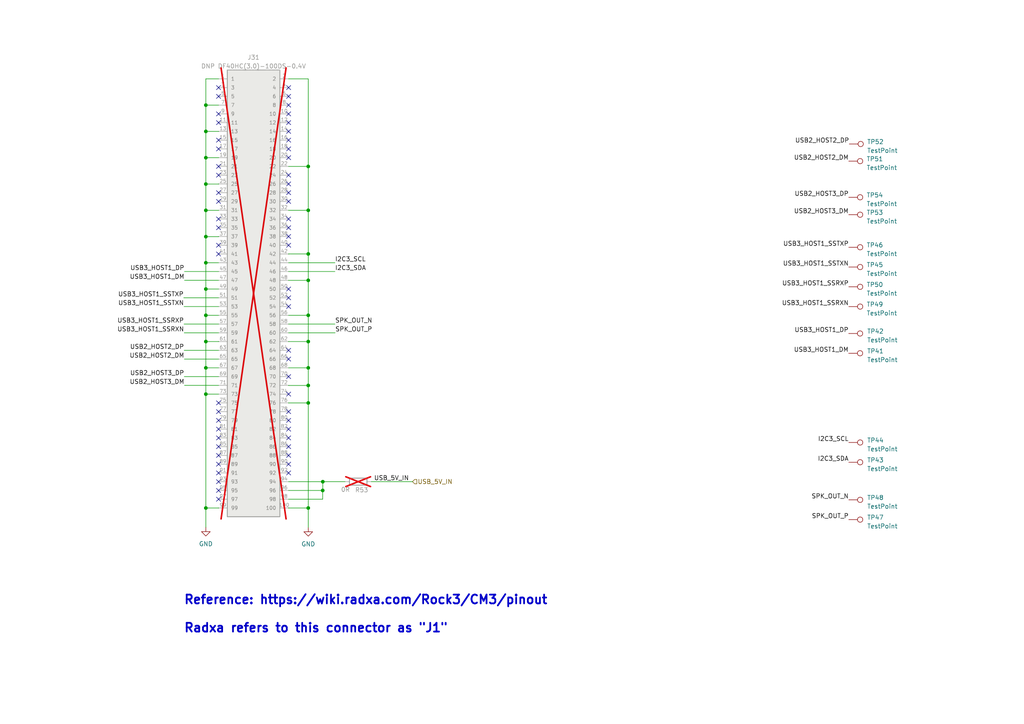
<source format=kicad_sch>
(kicad_sch (version 20230121) (generator eeschema)
  (paper "A4")
  (lib_symbols
    (symbol "CM4IO:DF40HC(3.0)-100DS-0.4V(58" (pin_names (offset 1.016))
      (property "Reference" "J" (at -7.62 63.5254 0))
      (property "Value" "DF40HC(3.0)-100DS-0.4V(58" (at -7.62 -68.6816 0))
      (symbol "DF40HC(3.0)-100DS-0.4V(58_0_0"
        (rectangle (start -7.62 -66.04) (end 7.62 63.5) (stroke (width 0.254)) (fill (type background)))
        (pin passive line (at -10.16 60.96 0) (length 2.54) (name "1") (number "1"))
        (pin passive line (at 10.16 50.8 180) (length 2.54) (name "10") (number "10"))
        (pin passive line (at 10.16 -63.5 180) (length 2.54) (name "100") (number "100"))
        (pin passive line (at -10.16 48.26 0) (length 2.54) (name "11") (number "11"))
        (pin passive line (at 10.16 48.26 180) (length 2.54) (name "12") (number "12"))
        (pin passive line (at -10.16 45.72 0) (length 2.54) (name "13") (number "13"))
        (pin passive line (at 10.16 45.72 180) (length 2.54) (name "14") (number "14"))
        (pin passive line (at -10.16 43.18 0) (length 2.54) (name "15") (number "15"))
        (pin passive line (at 10.16 43.18 180) (length 2.54) (name "16") (number "16"))
        (pin passive line (at -10.16 40.64 0) (length 2.54) (name "17") (number "17"))
        (pin passive line (at 10.16 40.64 180) (length 2.54) (name "18") (number "18"))
        (pin passive line (at -10.16 38.1 0) (length 2.54) (name "19") (number "19"))
        (pin passive line (at 10.16 60.96 180) (length 2.54) (name "2") (number "2"))
        (pin passive line (at 10.16 38.1 180) (length 2.54) (name "20") (number "20"))
        (pin passive line (at -10.16 35.56 0) (length 2.54) (name "21") (number "21"))
        (pin passive line (at 10.16 35.56 180) (length 2.54) (name "22") (number "22"))
        (pin passive line (at -10.16 33.02 0) (length 2.54) (name "23") (number "23"))
        (pin passive line (at 10.16 33.02 180) (length 2.54) (name "24") (number "24"))
        (pin passive line (at -10.16 30.48 0) (length 2.54) (name "25") (number "25"))
        (pin passive line (at 10.16 30.48 180) (length 2.54) (name "26") (number "26"))
        (pin passive line (at -10.16 27.94 0) (length 2.54) (name "27") (number "27"))
        (pin passive line (at 10.16 27.94 180) (length 2.54) (name "28") (number "28"))
        (pin passive line (at -10.16 25.4 0) (length 2.54) (name "29") (number "29"))
        (pin passive line (at -10.16 58.42 0) (length 2.54) (name "3") (number "3"))
        (pin passive line (at 10.16 25.4 180) (length 2.54) (name "30") (number "30"))
        (pin passive line (at -10.16 22.86 0) (length 2.54) (name "31") (number "31"))
        (pin passive line (at 10.16 22.86 180) (length 2.54) (name "32") (number "32"))
        (pin passive line (at -10.16 20.32 0) (length 2.54) (name "33") (number "33"))
        (pin passive line (at 10.16 20.32 180) (length 2.54) (name "34") (number "34"))
        (pin passive line (at -10.16 17.78 0) (length 2.54) (name "35") (number "35"))
        (pin passive line (at 10.16 17.78 180) (length 2.54) (name "36") (number "36"))
        (pin passive line (at -10.16 15.24 0) (length 2.54) (name "37") (number "37"))
        (pin passive line (at 10.16 15.24 180) (length 2.54) (name "38") (number "38"))
        (pin passive line (at -10.16 12.7 0) (length 2.54) (name "39") (number "39"))
        (pin passive line (at 10.16 58.42 180) (length 2.54) (name "4") (number "4"))
        (pin passive line (at 10.16 12.7 180) (length 2.54) (name "40") (number "40"))
        (pin passive line (at -10.16 10.16 0) (length 2.54) (name "41") (number "41"))
        (pin passive line (at 10.16 10.16 180) (length 2.54) (name "42") (number "42"))
        (pin passive line (at -10.16 7.62 0) (length 2.54) (name "43") (number "43"))
        (pin passive line (at 10.16 7.62 180) (length 2.54) (name "44") (number "44"))
        (pin passive line (at -10.16 5.08 0) (length 2.54) (name "45") (number "45"))
        (pin passive line (at 10.16 5.08 180) (length 2.54) (name "46") (number "46"))
        (pin passive line (at -10.16 2.54 0) (length 2.54) (name "47") (number "47"))
        (pin passive line (at 10.16 2.54 180) (length 2.54) (name "48") (number "48"))
        (pin passive line (at -10.16 0 0) (length 2.54) (name "49") (number "49"))
        (pin passive line (at -10.16 55.88 0) (length 2.54) (name "5") (number "5"))
        (pin passive line (at 10.16 0 180) (length 2.54) (name "50") (number "50"))
        (pin passive line (at -10.16 -2.54 0) (length 2.54) (name "51") (number "51"))
        (pin passive line (at 10.16 -2.54 180) (length 2.54) (name "52") (number "52"))
        (pin passive line (at -10.16 -5.08 0) (length 2.54) (name "53") (number "53"))
        (pin passive line (at 10.16 -5.08 180) (length 2.54) (name "54") (number "54"))
        (pin passive line (at -10.16 -7.62 0) (length 2.54) (name "55") (number "55"))
        (pin passive line (at 10.16 -7.62 180) (length 2.54) (name "56") (number "56"))
        (pin passive line (at -10.16 -10.16 0) (length 2.54) (name "57") (number "57"))
        (pin passive line (at 10.16 -10.16 180) (length 2.54) (name "58") (number "58"))
        (pin passive line (at -10.16 -12.7 0) (length 2.54) (name "59") (number "59"))
        (pin passive line (at 10.16 55.88 180) (length 2.54) (name "6") (number "6"))
        (pin passive line (at 10.16 -12.7 180) (length 2.54) (name "60") (number "60"))
        (pin passive line (at -10.16 -15.24 0) (length 2.54) (name "61") (number "61"))
        (pin passive line (at 10.16 -15.24 180) (length 2.54) (name "62") (number "62"))
        (pin passive line (at -10.16 -17.78 0) (length 2.54) (name "63") (number "63"))
        (pin passive line (at 10.16 -17.78 180) (length 2.54) (name "64") (number "64"))
        (pin passive line (at -10.16 -20.32 0) (length 2.54) (name "65") (number "65"))
        (pin passive line (at 10.16 -20.32 180) (length 2.54) (name "66") (number "66"))
        (pin passive line (at -10.16 -22.86 0) (length 2.54) (name "67") (number "67"))
        (pin passive line (at 10.16 -22.86 180) (length 2.54) (name "68") (number "68"))
        (pin passive line (at -10.16 -25.4 0) (length 2.54) (name "69") (number "69"))
        (pin passive line (at -10.16 53.34 0) (length 2.54) (name "7") (number "7"))
        (pin passive line (at 10.16 -25.4 180) (length 2.54) (name "70") (number "70"))
        (pin passive line (at -10.16 -27.94 0) (length 2.54) (name "71") (number "71"))
        (pin passive line (at 10.16 -27.94 180) (length 2.54) (name "72") (number "72"))
        (pin passive line (at -10.16 -30.48 0) (length 2.54) (name "73") (number "73"))
        (pin passive line (at 10.16 -30.48 180) (length 2.54) (name "74") (number "74"))
        (pin passive line (at -10.16 -33.02 0) (length 2.54) (name "75") (number "75"))
        (pin passive line (at 10.16 -33.02 180) (length 2.54) (name "76") (number "76"))
        (pin passive line (at -10.16 -35.56 0) (length 2.54) (name "77") (number "77"))
        (pin passive line (at 10.16 -35.56 180) (length 2.54) (name "78") (number "78"))
        (pin passive line (at -10.16 -38.1 0) (length 2.54) (name "79") (number "79"))
        (pin passive line (at 10.16 53.34 180) (length 2.54) (name "8") (number "8"))
        (pin passive line (at 10.16 -38.1 180) (length 2.54) (name "80") (number "80"))
        (pin passive line (at -10.16 -40.64 0) (length 2.54) (name "81") (number "81"))
        (pin passive line (at 10.16 -40.64 180) (length 2.54) (name "82") (number "82"))
        (pin passive line (at -10.16 -43.18 0) (length 2.54) (name "83") (number "83"))
        (pin passive line (at 10.16 -43.18 180) (length 2.54) (name "84") (number "84"))
        (pin passive line (at -10.16 -45.72 0) (length 2.54) (name "85") (number "85"))
        (pin passive line (at 10.16 -45.72 180) (length 2.54) (name "86") (number "86"))
        (pin passive line (at -10.16 -48.26 0) (length 2.54) (name "87") (number "87"))
        (pin passive line (at 10.16 -48.26 180) (length 2.54) (name "88") (number "88"))
        (pin passive line (at -10.16 -50.8 0) (length 2.54) (name "89") (number "89"))
        (pin passive line (at -10.16 50.8 0) (length 2.54) (name "9") (number "9"))
        (pin passive line (at 10.16 -50.8 180) (length 2.54) (name "90") (number "90"))
        (pin passive line (at -10.16 -53.34 0) (length 2.54) (name "91") (number "91"))
        (pin passive line (at 10.16 -53.34 180) (length 2.54) (name "92") (number "92"))
        (pin passive line (at -10.16 -55.88 0) (length 2.54) (name "93") (number "93"))
        (pin passive line (at 10.16 -55.88 180) (length 2.54) (name "94") (number "94"))
        (pin passive line (at -10.16 -58.42 0) (length 2.54) (name "95") (number "95"))
        (pin passive line (at 10.16 -58.42 180) (length 2.54) (name "96") (number "96"))
        (pin passive line (at -10.16 -60.96 0) (length 2.54) (name "97") (number "97"))
        (pin passive line (at 10.16 -60.96 180) (length 2.54) (name "98") (number "98"))
        (pin passive line (at -10.16 -63.5 0) (length 2.54) (name "99") (number "99"))
      )
    )
    (symbol "Connector:TestPoint" (pin_numbers hide) (pin_names (offset 0.762) hide) (in_bom no)
      (property "Reference" "TP" (at 0 6.858 0))
      (property "Value" "TestPoint" (at 0 5.08 0))
      (symbol "TestPoint_0_1"
        (circle (center 0 3.302) (radius 0.762))
      )
      (symbol "TestPoint_1_1"
        (pin passive line (at 0 0 90) (length 2.54) (name "1") (number "1"))
      )
    )
    (symbol "Device:R" (pin_numbers hide) (pin_names (offset 0))
      (property "Reference" "R" (at 2.032 0 90))
      (property "Value" "R" (at 0 0 90))
      (symbol "R_0_1"
        (rectangle (start -1.016 -2.54) (end 1.016 2.54) (stroke (width 0.254)))
      )
      (symbol "R_1_1"
        (pin passive line (at 0 3.81 270) (length 1.27) (name "~") (number "1"))
        (pin passive line (at 0 -3.81 90) (length 1.27) (name "~") (number "2"))
      )
    )
    (symbol "power:GND" (power) (pin_names (offset 0))
      (property "Value" "GND" (at 0 -3.81 0))
      (symbol "GND_0_1"
        (polyline (pts (xy 0 0) (xy 0 -1.27) (xy 1.27 -1.27) (xy 0 -2.54) (xy -1.27 -1.27) (xy 0 -1.27)))
      )
      (symbol "GND_1_1"
        (pin power_in line (at 0 0 270) (length 0) hide (name "GND") (number "1"))
      )
    )
  )
  (junction (at 89.4062 91.4519))
  (junction (at 59.7038 61.0089))
  (junction (at 59.7038 83.8319))
  (junction (at 89.4062 73.6506))
  (junction (at 59.7038 53.3827))
  (junction (at 59.7038 38.1127))
  (junction (at 59.7038 76.2119))
  (junction (at 89.4062 60.9969))
  (junction (at 89.4062 99.0644))
  (junction (at 59.7038 114.3119))
  (junction (at 59.7038 99.0638))
  (junction (at 93.5901 142.2519))
  (junction (at 89.4062 106.6919))
  (junction (at 89.4062 48.2719))
  (junction (at 59.7038 91.4519))
  (junction (at 59.7038 30.4919))
  (junction (at 59.7038 106.6919))
  (junction (at 59.7038 68.6396))
  (junction (at 93.6245 139.7119))
  (junction (at 89.4062 111.7976))
  (junction (at 59.7038 147.3442))
  (junction (at 89.4062 147.3414))
  (junction (at 59.7038 45.7422))
  (junction (at 89.4062 81.3121))
  (junction (at 89.4062 116.8672))
  (no_connect (at 83.7056 71.1319))
  (no_connect (at 63.3856 71.1319))
  (no_connect (at 63.3856 73.6719))
  (no_connect (at 83.7056 83.8319))
  (no_connect (at 83.7056 86.3719))
  (no_connect (at 83.7056 88.9119))
  (no_connect (at 83.7056 101.6119))
  (no_connect (at 83.7056 104.1519))
  (no_connect (at 63.3856 40.6519))
  (no_connect (at 63.3856 43.1919))
  (no_connect (at 63.3856 48.2719))
  (no_connect (at 63.3856 50.8119))
  (no_connect (at 63.3856 55.8919))
  (no_connect (at 63.3856 58.4319))
  (no_connect (at 83.7056 53.3519))
  (no_connect (at 83.7056 55.8919))
  (no_connect (at 83.7056 58.4319))
  (no_connect (at 83.7056 63.5119))
  (no_connect (at 83.7056 66.0519))
  (no_connect (at 83.7056 68.5919))
  (no_connect (at 63.3856 63.5119))
  (no_connect (at 63.3856 66.0519))
  (no_connect (at 83.7056 50.8119))
  (no_connect (at 83.7056 38.1119))
  (no_connect (at 83.7056 40.6519))
  (no_connect (at 83.7056 43.1919))
  (no_connect (at 83.7056 45.7319))
  (no_connect (at 63.3856 25.4119))
  (no_connect (at 63.3856 27.9519))
  (no_connect (at 63.3856 33.0319))
  (no_connect (at 63.3856 35.5719))
  (no_connect (at 83.7056 25.4119))
  (no_connect (at 83.7056 27.9519))
  (no_connect (at 83.7056 30.4919))
  (no_connect (at 83.7056 33.0319))
  (no_connect (at 83.7056 35.5719))
  (no_connect (at 83.7056 109.2319))
  (no_connect (at 83.7056 114.3119))
  (no_connect (at 63.3856 116.8519))
  (no_connect (at 63.3856 119.3919))
  (no_connect (at 63.3856 121.9319))
  (no_connect (at 63.3856 124.4719))
  (no_connect (at 63.3856 139.7119))
  (no_connect (at 63.3856 142.2519))
  (no_connect (at 63.3856 144.7919))
  (no_connect (at 83.7056 124.4719))
  (no_connect (at 83.7056 127.0119))
  (no_connect (at 83.7056 129.5519))
  (no_connect (at 83.7056 132.0919))
  (no_connect (at 83.7056 134.6319))
  (no_connect (at 83.7056 137.1719))
  (no_connect (at 63.3856 127.0119))
  (no_connect (at 63.3856 129.5519))
  (no_connect (at 63.3856 132.0919))
  (no_connect (at 63.3856 134.6319))
  (no_connect (at 63.3856 137.1719))
  (no_connect (at 83.7056 119.3919))
  (no_connect (at 83.7056 121.9319))
  (wire (pts (xy 89.4062 106.6919) (xy 89.4062 111.7976)))
  (wire (pts (xy 63.3856 99.0638) (xy 63.3856 99.0719)))
  (wire (pts (xy 83.7056 76.2119) (xy 97.1528 76.2119)))
  (wire (pts (xy 63.3856 68.6396) (xy 63.3856 68.5919)))
  (wire (pts (xy 59.7038 91.4519) (xy 63.3856 91.4519)))
  (wire (pts (xy 53.5037 111.7719) (xy 63.3856 111.7719)))
  (wire (pts (xy 89.4062 91.4519) (xy 83.7056 91.4519)))
  (wire (pts (xy 83.7056 93.9919) (xy 97.1643 93.9919)))
  (wire (pts (xy 93.6245 139.7119) (xy 93.6245 142.2519)))
  (wire (pts (xy 63.3856 147.3442) (xy 63.3856 147.3319)))
  (wire (pts (xy 93.726 139.7) (xy 93.6245 139.7119)))
  (wire (pts (xy 83.7056 96.5319) (xy 97.2087 96.5319)))
  (wire (pts (xy 89.4062 99.0644) (xy 89.4062 106.6919)))
  (wire (pts (xy 59.7038 83.8319) (xy 63.3856 83.8319)))
  (wire (pts (xy 53.289 86.3719) (xy 63.3856 86.3719)))
  (wire (pts (xy 59.7038 76.2119) (xy 59.7038 83.8319)))
  (wire (pts (xy 83.7056 73.6506) (xy 83.7056 73.6719)))
  (wire (pts (xy 63.3856 61.0089) (xy 63.3856 60.9719)))
  (wire (pts (xy 83.7056 81.3121) (xy 83.7056 81.2919)))
  (wire (pts (xy 63.3856 53.3827) (xy 63.3856 53.3519)))
  (wire (pts (xy 59.7038 30.4919) (xy 63.3856 30.4919)))
  (wire (pts (xy 59.7038 22.8719) (xy 59.7038 30.4919)))
  (wire (pts (xy 83.7056 22.8719) (xy 89.4062 22.8719)))
  (wire (pts (xy 63.3856 45.7422) (xy 63.3856 45.7319)))
  (wire (pts (xy 83.7056 78.7519) (xy 97.1528 78.7519)))
  (wire (pts (xy 59.7038 38.1127) (xy 59.7038 45.7422)))
  (wire (pts (xy 89.4062 147.3414) (xy 89.4062 152.9661)))
  (wire (pts (xy 53.3727 88.9119) (xy 63.3856 88.9119)))
  (wire (pts (xy 59.7038 30.4919) (xy 59.7038 38.1127)))
  (wire (pts (xy 59.7038 106.6919) (xy 63.3856 106.6919)))
  (wire (pts (xy 59.7038 83.8319) (xy 59.7038 91.4519)))
  (wire (pts (xy 59.7038 61.0089) (xy 59.7038 68.6396)))
  (wire (pts (xy 83.7056 111.7976) (xy 83.7056 111.7719)))
  (wire (pts (xy 53.4728 104.1519) (xy 63.3856 104.1519)))
  (wire (pts (xy 89.4062 81.3121) (xy 89.4062 91.4519)))
  (wire (pts (xy 93.5901 142.2519) (xy 93.5901 144.7919)))
  (wire (pts (xy 59.7038 147.3442) (xy 59.7038 152.9256)))
  (wire (pts (xy 53.3727 93.9919) (xy 63.3856 93.9919)))
  (wire (pts (xy 89.4062 116.8672) (xy 89.4062 147.3414)))
  (wire (pts (xy 59.7038 38.1127) (xy 63.3856 38.1127)))
  (wire (pts (xy 93.5901 144.7919) (xy 83.7056 144.7919)))
  (wire (pts (xy 89.4062 73.6506) (xy 89.4062 81.3121)))
  (wire (pts (xy 89.4062 22.8719) (xy 89.4062 48.2719)))
  (wire (pts (xy 89.4062 99.0644) (xy 83.7056 99.0644)))
  (wire (pts (xy 59.7038 45.7422) (xy 59.7038 53.3827)))
  (wire (pts (xy 59.7038 53.3827) (xy 59.7038 61.0089)))
  (wire (pts (xy 89.4062 147.3414) (xy 83.7056 147.3414)))
  (wire (pts (xy 59.7038 99.0638) (xy 63.3856 99.0638)))
  (wire (pts (xy 59.7038 68.6396) (xy 59.7038 76.2119)))
  (wire (pts (xy 59.7038 68.6396) (xy 63.3856 68.6396)))
  (wire (pts (xy 89.4062 116.8672) (xy 83.7056 116.8672)))
  (wire (pts (xy 63.3856 22.8719) (xy 59.7038 22.8719)))
  (wire (pts (xy 59.7038 99.0638) (xy 59.7038 106.6919)))
  (wire (pts (xy 89.4062 60.9969) (xy 83.7056 60.9969)))
  (wire (pts (xy 53.442 109.2319) (xy 63.3856 109.2319)))
  (wire (pts (xy 59.7038 106.6919) (xy 59.7038 114.3119)))
  (wire (pts (xy 63.3856 38.1127) (xy 63.3856 38.1119)))
  (wire (pts (xy 59.7038 61.0089) (xy 63.3856 61.0089)))
  (wire (pts (xy 83.7056 116.8672) (xy 83.7056 116.8519)))
  (wire (pts (xy 53.4172 96.5319) (xy 63.3856 96.5319)))
  (wire (pts (xy 89.4062 91.4519) (xy 89.4062 99.0644)))
  (wire (pts (xy 93.726 139.7) (xy 100.076 139.7)))
  (wire (pts (xy 83.7056 139.7119) (xy 93.6245 139.7119)))
  (wire (pts (xy 59.7038 76.2119) (xy 63.3856 76.2119)))
  (wire (pts (xy 89.4062 111.7976) (xy 89.4062 116.8672)))
  (wire (pts (xy 83.7056 142.2519) (xy 93.5901 142.2519)))
  (wire (pts (xy 93.5901 142.2519) (xy 93.6245 142.2519)))
  (wire (pts (xy 107.696 139.7) (xy 119.634 139.7)))
  (wire (pts (xy 89.4062 73.6506) (xy 83.7056 73.6506)))
  (wire (pts (xy 83.7056 147.3414) (xy 83.7056 147.3319)))
  (wire (pts (xy 59.7038 91.4519) (xy 59.7038 99.0638)))
  (wire (pts (xy 59.7038 45.7422) (xy 63.3856 45.7422)))
  (wire (pts (xy 89.4062 81.3121) (xy 83.7056 81.3121)))
  (wire (pts (xy 53.4944 78.7519) (xy 63.3856 78.7519)))
  (wire (pts (xy 89.4062 106.6919) (xy 83.7056 106.6919)))
  (wire (pts (xy 89.4062 60.9969) (xy 89.4062 73.6506)))
  (wire (pts (xy 53.5235 81.2919) (xy 63.3856 81.2919)))
  (wire (pts (xy 59.7038 147.3442) (xy 63.3856 147.3442)))
  (wire (pts (xy 53.4111 101.6119) (xy 63.3856 101.6119)))
  (wire (pts (xy 59.7038 53.3827) (xy 63.3856 53.3827)))
  (wire (pts (xy 59.7038 114.3119) (xy 63.3856 114.3119)))
  (wire (pts (xy 83.7056 48.2719) (xy 89.4062 48.2719)))
  (wire (pts (xy 83.7056 60.9969) (xy 83.7056 60.9719)))
  (wire (pts (xy 83.7056 99.0644) (xy 83.7056 99.0719)))
  (wire (pts (xy 89.4062 48.2719) (xy 89.4062 60.9969)))
  (wire (pts (xy 59.7038 114.3119) (xy 59.7038 147.3442)))
  (wire (pts (xy 89.4062 111.7976) (xy 83.7056 111.7976)))
  (text "Reference: https://wiki.radxa.com/Rock3/CM3/pinout\n\nRadxa refers to this connector as \"J1\"" (at 53.213 183.769 0) (effects (font (size 2.54 2.54) (thickness 0.508) bold) (justify left bottom)))
  (label "USB2_HOST2_DM" (at 246.1693 46.7328 180))
  (label "SPK_OUT_N" (at 246.1774 144.9708 180))
  (label "USB2_HOST3_DM" (at 246.1693 62.2682 180))
  (label "USB3_HOST1_SSTXN" (at 53.3727 88.9119 180))
  (label "USB3_HOST1_SSRXN" (at 246.1774 88.9237 180))
  (label "USB2_HOST3_DP" (at 53.442 109.2319 180))
  (label "USB3_HOST1_DM" (at 53.5235 81.2919 180))
  (label "USB3_HOST1_SSRXP" (at 53.3727 93.9919 180))
  (label "USB3_HOST1_DP" (at 246.1479 96.7246 180))
  (label "USB3_HOST1_SSRXP" (at 246.1774 83.1875 180))
  (label "I2C3_SCL" (at 97.1528 76.2119 0))
  (label "USB2_HOST2_DP" (at 246.33 41.7643 180))
  (label "USB2_HOST3_DP" (at 246.1693 57.2225 180))
  (label "SPK_OUT_P" (at 97.2087 96.5319 0))
  (label "USB3_HOST1_DM" (at 246.1479 102.4608 180))
  (label "USB2_HOST3_DM" (at 53.5037 111.7719 180))
  (label "I2C3_SDA" (at 246.1774 134.0721 180))
  (label "USB3_HOST1_SSTXP" (at 53.289 86.3719 180))
  (label "I2C3_SDA" (at 97.1528 78.7519 0))
  (label "USB2_HOST2_DP" (at 53.4111 101.6119 180))
  (label "USB3_HOST1_SSTXN" (at 246.1774 77.4513 180))
  (label "USB3_HOST1_SSTXP" (at 246.1774 71.7151 180))
  (label "USB3_HOST1_DP" (at 53.4944 78.7519 180))
  (label "SPK_OUT_P" (at 246.1774 150.707 180))
  (label "USB3_HOST1_SSRXN" (at 53.4172 96.5319 180))
  (label "USB2_HOST2_DM" (at 53.4728 104.1519 180))
  (label "USB_5V_IN" (at 108.458 139.7 0))
  (label "SPK_OUT_N" (at 97.1643 93.9919 0))
  (label "I2C3_SCL" (at 246.1774 128.3359 180))
  (hierarchical_label "USB_5V_IN" (shape input) (at 119.634 139.7 0))
  (symbol (lib_id "Connector:TestPoint") (at 246.1774 134.0721 270) (unit 1) (in_bom no)
    (property "Reference" "TP43" (at 251.46 133.4371 90) (effects (justify left)))
    (property "Value" "TestPoint" (at 251.46 135.9771 90) (effects (justify left)))
    (property "Footprint" "TestPoint:TestPoint_Pad_D1.5mm" (effects hide))
    (property "LCSC Part Number" "DNP" (effects hide))
  )
  (symbol (lib_id "Connector:TestPoint") (at 246.1774 88.9237 270) (unit 1) (in_bom no)
    (property "Reference" "TP49" (at 251.3074 88.2887 90) (effects (justify left)))
    (property "Value" "TestPoint" (at 251.3074 90.8287 90) (effects (justify left)))
    (property "Footprint" "TestPoint:TestPoint_Pad_D1.5mm" (effects hide))
    (property "LCSC Part Number" "DNP" (effects hide))
  )
  (symbol (lib_id "Connector:TestPoint") (at 246.1693 62.2682 270) (unit 1) (in_bom no)
    (property "Reference" "TP53" (at 251.2993 61.6332 90) (effects (justify left)))
    (property "Value" "TestPoint" (at 251.2993 64.1732 90) (effects (justify left)))
    (property "Footprint" "TestPoint:TestPoint_Pad_D1.5mm" (effects hide))
    (property "LCSC Part Number" "DNP" (effects hide))
  )
  (symbol (lib_id "Connector:TestPoint") (at 246.33 41.7643 270) (unit 1) (in_bom no)
    (property "Reference" "TP52" (at 251.46 41.1293 90) (effects (justify left)))
    (property "Value" "TestPoint" (at 251.46 43.6693 90) (effects (justify left)))
    (property "Footprint" "TestPoint:TestPoint_Pad_D1.5mm" (effects hide))
    (property "LCSC Part Number" "DNP" (effects hide))
  )
  (symbol (lib_id "Connector:TestPoint") (at 246.1693 46.7328 270) (unit 1) (in_bom no)
    (property "Reference" "TP51" (at 251.2993 46.0978 90) (effects (justify left)))
    (property "Value" "TestPoint" (at 251.2993 48.6378 90) (effects (justify left)))
    (property "Footprint" "TestPoint:TestPoint_Pad_D1.5mm" (effects hide))
    (property "LCSC Part Number" "DNP" (effects hide))
  )
  (symbol (lib_id "Connector:TestPoint") (at 246.1774 128.3359 270) (unit 1) (in_bom no)
    (property "Reference" "TP44" (at 251.46 127.7009 90) (effects (justify left)))
    (property "Value" "TestPoint" (at 251.46 130.2409 90) (effects (justify left)))
    (property "Footprint" "TestPoint:TestPoint_Pad_D1.5mm" (effects hide))
    (property "LCSC Part Number" "DNP" (effects hide))
  )
  (symbol (lib_id "Connector:TestPoint") (at 246.1774 71.7151 270) (unit 1) (in_bom no)
    (property "Reference" "TP46" (at 251.3074 71.0801 90) (effects (justify left)))
    (property "Value" "TestPoint" (at 251.3074 73.6201 90) (effects (justify left)))
    (property "Footprint" "TestPoint:TestPoint_Pad_D1.5mm" (effects hide))
    (property "LCSC Part Number" "DNP" (effects hide))
  )
  (symbol (lib_id "Connector:TestPoint") (at 246.1774 83.1875 270) (unit 1) (in_bom no)
    (property "Reference" "TP50" (at 251.3074 82.5525 90) (effects (justify left)))
    (property "Value" "TestPoint" (at 251.3074 85.0925 90) (effects (justify left)))
    (property "Footprint" "TestPoint:TestPoint_Pad_D1.5mm" (effects hide))
    (property "LCSC Part Number" "DNP" (effects hide))
  )
  (symbol (lib_id "Connector:TestPoint") (at 246.1774 150.707 270) (unit 1) (in_bom no)
    (property "Reference" "TP47" (at 251.46 150.072 90) (effects (justify left)))
    (property "Value" "TestPoint" (at 251.46 152.612 90) (effects (justify left)))
    (property "Footprint" "TestPoint:TestPoint_Pad_D1.5mm" (effects hide))
    (property "LCSC Part Number" "DNP" (effects hide))
  )
  (symbol (lib_id "Connector:TestPoint") (at 246.1693 57.2225 270) (unit 1) (in_bom no)
    (property "Reference" "TP54" (at 251.2993 56.5875 90) (effects (justify left)))
    (property "Value" "TestPoint" (at 251.2993 59.1275 90) (effects (justify left)))
    (property "Footprint" "TestPoint:TestPoint_Pad_D1.5mm" (effects hide))
    (property "LCSC Part Number" "DNP" (effects hide))
  )
  (symbol (lib_id "Device:R") (at 103.886 139.7 270) (unit 1) (dnp yes)
    (property "Reference" "R53" (at 104.902 142.113 90))
    (property "Value" "0R" (at 100.203 141.986 90))
    (property "Footprint" "Resistor_SMD:R_0603_1608Metric_Pad0.98x0.95mm_HandSolder" (effects hide))
    (property "LCSC Part Number" "C21189" (effects hide))
    (instances (project "Hepta-Pi_1.1" (path "" (reference "R53") (unit 1)) (path "" (reference "R73") (unit 1))))
  )
  (symbol (lib_id "CM4IO:DF40HC(3.0)-100DS-0.4V(58") (at 73.5456 83.8319 0) (unit 1) (dnp yes)
    (property "Reference" "J31" (at 73.5456 16.6489 0))
    (property "Value" "DNP DF40HC(3.0)-100DS-0.4V" (at 73.5456 19.1889 0))
    (property "Footprint" "CM4IO:HRS_DF40HC(3.0)-100DS-0.4V" (effects hide))
    (property "Datasheet" "https://www.hirose.com/product/p/CL0684-4151-0-51" (effects hide))
    (property "MANUFACTURER" "Hirose" (effects hide))
    (property "LCSC Part Number" "DNP" (effects hide))
  )
  (symbol (lib_id "power:GND") (at 89.4062 152.9661 0) (unit 1)
    (property "Reference" "#PWR0171" (effects hide))
    (property "Value" "GND" (at 89.4062 157.7921 0))
  )
  (symbol (lib_id "power:GND") (at 59.7038 152.9256 0) (unit 1)
    (property "Reference" "#PWR0170" (effects hide))
    (property "Value" "GND" (at 59.7038 157.7516 0))
  )
  (symbol (lib_id "Connector:TestPoint") (at 246.1479 102.4608 270) (unit 1) (in_bom no)
    (property "Reference" "TP41" (at 251.46 101.8258 90) (effects (justify left)))
    (property "Value" "TestPoint" (at 251.46 104.3658 90) (effects (justify left)))
    (property "Footprint" "TestPoint:TestPoint_Pad_D1.5mm" (effects hide))
    (property "LCSC Part Number" "DNP" (effects hide))
  )
  (symbol (lib_id "Connector:TestPoint") (at 246.1774 77.4513 270) (unit 1) (in_bom no)
    (property "Reference" "TP45" (at 251.3074 76.8163 90) (effects (justify left)))
    (property "Value" "TestPoint" (at 251.3074 79.3563 90) (effects (justify left)))
    (property "Footprint" "TestPoint:TestPoint_Pad_D1.5mm" (effects hide))
    (property "LCSC Part Number" "DNP" (effects hide))
  )
  (symbol (lib_id "Connector:TestPoint") (at 246.1774 144.9708 270) (unit 1) (in_bom no)
    (property "Reference" "TP48" (at 251.46 144.3358 90) (effects (justify left)))
    (property "Value" "TestPoint" (at 251.46 146.8758 90) (effects (justify left)))
    (property "Footprint" "TestPoint:TestPoint_Pad_D1.5mm" (effects hide))
    (property "LCSC Part Number" "DNP" (effects hide))
  )
  (symbol (lib_id "Connector:TestPoint") (at 246.1479 96.7246 270) (unit 1) (in_bom no)
    (property "Reference" "TP42" (at 251.46 96.0896 90) (effects (justify left)))
    (property "Value" "TestPoint" (at 251.46 98.6296 90) (effects (justify left)))
    (property "Footprint" "TestPoint:TestPoint_Pad_D1.5mm" (effects hide))
    (property "LCSC Part Number" "DNP" (effects hide))
  )
)
</source>
